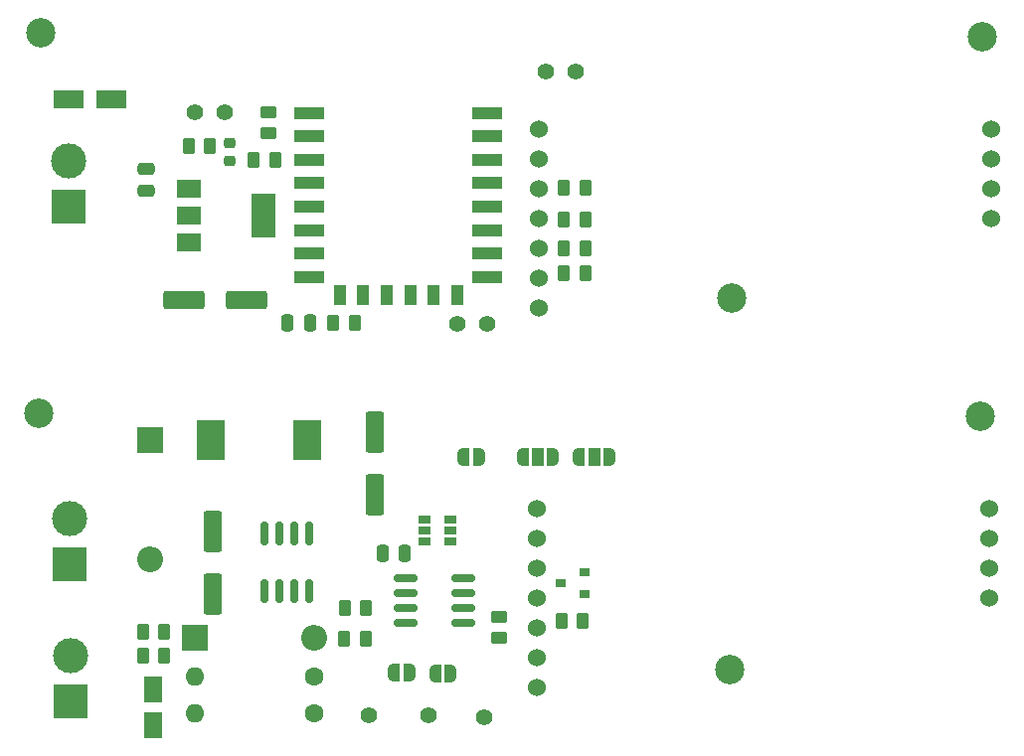
<source format=gbr>
%TF.GenerationSoftware,KiCad,Pcbnew,6.99.0-unknown-492e6548ff~162~ubuntu22.04.1*%
%TF.CreationDate,2022-12-11T13:45:44+01:00*%
%TF.ProjectId,lora_dual,6c6f7261-5f64-4756-916c-2e6b69636164,rev?*%
%TF.SameCoordinates,Original*%
%TF.FileFunction,Soldermask,Top*%
%TF.FilePolarity,Negative*%
%FSLAX46Y46*%
G04 Gerber Fmt 4.6, Leading zero omitted, Abs format (unit mm)*
G04 Created by KiCad (PCBNEW 6.99.0-unknown-492e6548ff~162~ubuntu22.04.1) date 2022-12-11 13:45:44*
%MOMM*%
%LPD*%
G01*
G04 APERTURE LIST*
G04 Aperture macros list*
%AMRoundRect*
0 Rectangle with rounded corners*
0 $1 Rounding radius*
0 $2 $3 $4 $5 $6 $7 $8 $9 X,Y pos of 4 corners*
0 Add a 4 corners polygon primitive as box body*
4,1,4,$2,$3,$4,$5,$6,$7,$8,$9,$2,$3,0*
0 Add four circle primitives for the rounded corners*
1,1,$1+$1,$2,$3*
1,1,$1+$1,$4,$5*
1,1,$1+$1,$6,$7*
1,1,$1+$1,$8,$9*
0 Add four rect primitives between the rounded corners*
20,1,$1+$1,$2,$3,$4,$5,0*
20,1,$1+$1,$4,$5,$6,$7,0*
20,1,$1+$1,$6,$7,$8,$9,0*
20,1,$1+$1,$8,$9,$2,$3,0*%
%AMFreePoly0*
4,1,19,0.500000,-0.750000,0.000000,-0.750000,0.000000,-0.744911,-0.071157,-0.744911,-0.207708,-0.704816,-0.327430,-0.627875,-0.420627,-0.520320,-0.479746,-0.390866,-0.500000,-0.250000,-0.500000,0.250000,-0.479746,0.390866,-0.420627,0.520320,-0.327430,0.627875,-0.207708,0.704816,-0.071157,0.744911,0.000000,0.744911,0.000000,0.750000,0.500000,0.750000,0.500000,-0.750000,0.500000,-0.750000,
$1*%
%AMFreePoly1*
4,1,19,0.000000,0.744911,0.071157,0.744911,0.207708,0.704816,0.327430,0.627875,0.420627,0.520320,0.479746,0.390866,0.500000,0.250000,0.500000,-0.250000,0.479746,-0.390866,0.420627,-0.520320,0.327430,-0.627875,0.207708,-0.704816,0.071157,-0.744911,0.000000,-0.744911,0.000000,-0.750000,-0.500000,-0.750000,-0.500000,0.750000,0.000000,0.750000,0.000000,0.744911,0.000000,0.744911,
$1*%
%AMFreePoly2*
4,1,19,0.550000,-0.750000,0.000000,-0.750000,0.000000,-0.744911,-0.071157,-0.744911,-0.207708,-0.704816,-0.327430,-0.627875,-0.420627,-0.520320,-0.479746,-0.390866,-0.500000,-0.250000,-0.500000,0.250000,-0.479746,0.390866,-0.420627,0.520320,-0.327430,0.627875,-0.207708,0.704816,-0.071157,0.744911,0.000000,0.744911,0.000000,0.750000,0.550000,0.750000,0.550000,-0.750000,0.550000,-0.750000,
$1*%
%AMFreePoly3*
4,1,19,0.000000,0.744911,0.071157,0.744911,0.207708,0.704816,0.327430,0.627875,0.420627,0.520320,0.479746,0.390866,0.500000,0.250000,0.500000,-0.250000,0.479746,-0.390866,0.420627,-0.520320,0.327430,-0.627875,0.207708,-0.704816,0.071157,-0.744911,0.000000,-0.744911,0.000000,-0.750000,-0.550000,-0.750000,-0.550000,0.750000,0.000000,0.750000,0.000000,0.744911,0.000000,0.744911,
$1*%
G04 Aperture macros list end*
%ADD10RoundRect,0.250000X-0.550000X1.500000X-0.550000X-1.500000X0.550000X-1.500000X0.550000X1.500000X0*%
%ADD11RoundRect,0.250000X-0.262500X-0.450000X0.262500X-0.450000X0.262500X0.450000X-0.262500X0.450000X0*%
%ADD12C,1.600000*%
%ADD13O,1.600000X1.600000*%
%ADD14C,1.400000*%
%ADD15RoundRect,0.150000X-0.825000X-0.150000X0.825000X-0.150000X0.825000X0.150000X-0.825000X0.150000X0*%
%ADD16C,2.500000*%
%ADD17C,1.524000*%
%ADD18R,2.500000X1.000000*%
%ADD19R,1.000000X1.800000*%
%ADD20RoundRect,0.250000X-1.050000X-0.550000X1.050000X-0.550000X1.050000X0.550000X-1.050000X0.550000X0*%
%ADD21RoundRect,0.250000X0.262500X0.450000X-0.262500X0.450000X-0.262500X-0.450000X0.262500X-0.450000X0*%
%ADD22R,2.000000X1.500000*%
%ADD23R,2.000000X3.800000*%
%ADD24R,2.200000X2.200000*%
%ADD25O,2.200000X2.200000*%
%ADD26RoundRect,0.250000X0.250000X0.475000X-0.250000X0.475000X-0.250000X-0.475000X0.250000X-0.475000X0*%
%ADD27RoundRect,0.250000X-0.250000X-0.475000X0.250000X-0.475000X0.250000X0.475000X-0.250000X0.475000X0*%
%ADD28FreePoly0,0.000000*%
%ADD29FreePoly1,0.000000*%
%ADD30R,1.060000X0.650000*%
%ADD31FreePoly2,0.000000*%
%ADD32R,1.000000X1.500000*%
%ADD33FreePoly3,0.000000*%
%ADD34RoundRect,0.250000X-0.450000X0.262500X-0.450000X-0.262500X0.450000X-0.262500X0.450000X0.262500X0*%
%ADD35RoundRect,0.250000X1.500000X0.550000X-1.500000X0.550000X-1.500000X-0.550000X1.500000X-0.550000X0*%
%ADD36RoundRect,0.150000X0.150000X-0.825000X0.150000X0.825000X-0.150000X0.825000X-0.150000X-0.825000X0*%
%ADD37RoundRect,0.250000X0.450000X-0.262500X0.450000X0.262500X-0.450000X0.262500X-0.450000X-0.262500X0*%
%ADD38R,3.000000X3.000000*%
%ADD39C,3.000000*%
%ADD40R,0.900000X0.800000*%
%ADD41RoundRect,0.250000X-0.475000X0.250000X-0.475000X-0.250000X0.475000X-0.250000X0.475000X0.250000X0*%
%ADD42R,2.400000X3.400000*%
%ADD43RoundRect,0.218750X-0.256250X0.218750X-0.256250X-0.218750X0.256250X-0.218750X0.256250X0.218750X0*%
%ADD44R,1.600000X2.200000*%
%ADD45FreePoly0,180.000000*%
%ADD46FreePoly1,180.000000*%
G04 APERTURE END LIST*
D10*
%TO.C,C6*%
X167625000Y-132900000D03*
X167625000Y-138300000D03*
%TD*%
D11*
%TO.C,R7*%
X183752500Y-114800000D03*
X185577500Y-114800000D03*
%TD*%
D12*
%TO.C,R4*%
X162480000Y-156900000D03*
D13*
X152319999Y-156899999D03*
%TD*%
D14*
%TO.C,J3*%
X184725000Y-102190000D03*
X182185000Y-102190000D03*
%TD*%
D12*
%TO.C,R1*%
X162480000Y-153750000D03*
D13*
X152319999Y-153749999D03*
%TD*%
D15*
%TO.C,U5*%
X170225000Y-145395000D03*
X170225000Y-146665000D03*
X170225000Y-147935000D03*
X170225000Y-149205000D03*
X175175000Y-149205000D03*
X175175000Y-147935000D03*
X175175000Y-146665000D03*
X175175000Y-145395000D03*
%TD*%
D11*
%TO.C,R11*%
X164100000Y-123600000D03*
X165925000Y-123600000D03*
%TD*%
%TO.C,R2*%
X147887500Y-149925000D03*
X149712500Y-149925000D03*
%TD*%
D16*
%TO.C,REF\u002A\u002A*%
X197850000Y-153200000D03*
%TD*%
D11*
%TO.C,R16*%
X183525000Y-149000000D03*
X185350000Y-149000000D03*
%TD*%
D14*
%TO.C,H4*%
X172175000Y-157050000D03*
%TD*%
D17*
%TO.C,U7*%
X181470000Y-139445000D03*
X181470000Y-141985000D03*
X181470000Y-144525000D03*
X181470000Y-147065000D03*
X181470000Y-149605000D03*
X181470000Y-152145000D03*
X181470000Y-154685000D03*
X219975000Y-147059000D03*
X219975000Y-144519000D03*
X219975000Y-141979000D03*
X219975000Y-139439000D03*
%TD*%
D14*
%TO.C,JP5*%
X154860000Y-105630000D03*
X152320000Y-105630000D03*
%TD*%
%TO.C,H3*%
X167100000Y-157050000D03*
%TD*%
D17*
%TO.C,U4*%
X181590000Y-107150000D03*
X181590000Y-109690000D03*
X181590000Y-112230000D03*
X181590000Y-114770000D03*
X181590000Y-117310000D03*
X181590000Y-119850000D03*
X181590000Y-122390000D03*
X220095000Y-114764000D03*
X220095000Y-112224000D03*
X220095000Y-109684000D03*
X220095000Y-107144000D03*
%TD*%
D18*
%TO.C,U6*%
X162049999Y-105719999D03*
X162049999Y-107719999D03*
X162049999Y-109719999D03*
X162049999Y-111719999D03*
X162049999Y-113719999D03*
X162049999Y-115719999D03*
X162049999Y-117719999D03*
X162049999Y-119719999D03*
D19*
X164649999Y-121219999D03*
X166649999Y-121219999D03*
X168649999Y-121219999D03*
X170649999Y-121219999D03*
X172649999Y-121219999D03*
X174649999Y-121219999D03*
D18*
X177249999Y-119719999D03*
X177249999Y-117719999D03*
X177249999Y-115719999D03*
X177249999Y-113719999D03*
X177249999Y-111719999D03*
X177249999Y-109719999D03*
X177249999Y-107719999D03*
X177249999Y-105719999D03*
%TD*%
D10*
%TO.C,C2*%
X153800000Y-141375000D03*
X153800000Y-146775000D03*
%TD*%
D20*
%TO.C,C3*%
X141600000Y-104550000D03*
X145200000Y-104550000D03*
%TD*%
D21*
%TO.C,R3*%
X149725000Y-151975000D03*
X147900000Y-151975000D03*
%TD*%
D22*
%TO.C,U2*%
X151849999Y-112149999D03*
X151849999Y-114449999D03*
D23*
X158149999Y-114449999D03*
D22*
X151849999Y-116749999D03*
%TD*%
D24*
%TO.C,D2*%
X152319999Y-150499999D03*
D25*
X162479999Y-150499999D03*
%TD*%
D11*
%TO.C,R8*%
X183725000Y-117290000D03*
X185550000Y-117290000D03*
%TD*%
D26*
%TO.C,C8*%
X170200000Y-143300000D03*
X168300000Y-143300000D03*
%TD*%
D16*
%TO.C,REF\u002A\u002A*%
X198050000Y-121500000D03*
%TD*%
D27*
%TO.C,C4*%
X160200000Y-123580000D03*
X162100000Y-123580000D03*
%TD*%
D28*
%TO.C,JP3*%
X175200000Y-135025000D03*
D29*
X176500000Y-135025000D03*
%TD*%
D21*
%TO.C,R12*%
X153592500Y-108580000D03*
X151767500Y-108580000D03*
%TD*%
D16*
%TO.C,REF\u002A\u002A*%
X139200000Y-98900000D03*
%TD*%
D30*
%TO.C,U3*%
X171849999Y-140349999D03*
X171849999Y-141299999D03*
X171849999Y-142249999D03*
X174049999Y-142249999D03*
X174049999Y-141299999D03*
X174049999Y-140349999D03*
%TD*%
D31*
%TO.C,JP7*%
X180225000Y-135050000D03*
D32*
X181524999Y-135049999D03*
D33*
X182825000Y-135050000D03*
%TD*%
D28*
%TO.C,JP4*%
X169275000Y-153450000D03*
D29*
X170575000Y-153450000D03*
%TD*%
D11*
%TO.C,R9*%
X183750000Y-119350000D03*
X185575000Y-119350000D03*
%TD*%
D14*
%TO.C,JP1*%
X177200000Y-123700000D03*
X174660000Y-123700000D03*
%TD*%
D11*
%TO.C,R15*%
X157315000Y-109720000D03*
X159140000Y-109720000D03*
%TD*%
D34*
%TO.C,R14*%
X158600000Y-105637500D03*
X158600000Y-107462500D03*
%TD*%
D11*
%TO.C,R6*%
X183742500Y-112140000D03*
X185567500Y-112140000D03*
%TD*%
D35*
%TO.C,C5*%
X156750000Y-121700000D03*
X151350000Y-121700000D03*
%TD*%
D36*
%TO.C,U1*%
X158245000Y-146500000D03*
X159515000Y-146500000D03*
X160785000Y-146500000D03*
X162055000Y-146500000D03*
X162055000Y-141550000D03*
X160785000Y-141550000D03*
X159515000Y-141550000D03*
X158245000Y-141550000D03*
%TD*%
D16*
%TO.C,REF\u002A\u002A*%
X219350000Y-99250000D03*
%TD*%
D37*
%TO.C,R13*%
X178200000Y-150500000D03*
X178200000Y-148675000D03*
%TD*%
D38*
%TO.C,J4*%
X141599999Y-113699999D03*
D39*
X141600000Y-109820000D03*
%TD*%
D40*
%TO.C,Q1*%
X185474999Y-146749999D03*
X185474999Y-144849999D03*
X183474999Y-145799999D03*
%TD*%
D41*
%TO.C,C1*%
X148150000Y-110500000D03*
X148150000Y-112400000D03*
%TD*%
D42*
%TO.C,L1*%
X153699999Y-133599999D03*
X161899999Y-133599999D03*
%TD*%
D21*
%TO.C,R10*%
X166900000Y-147950000D03*
X165075000Y-147950000D03*
%TD*%
D14*
%TO.C,H5*%
X176975000Y-157225000D03*
%TD*%
D43*
%TO.C,D3*%
X155300000Y-108262500D03*
X155300000Y-109837500D03*
%TD*%
D21*
%TO.C,R5*%
X166875000Y-150550000D03*
X165050000Y-150550000D03*
%TD*%
D38*
%TO.C,J2*%
X141749999Y-155899999D03*
D39*
X141750000Y-152020000D03*
%TD*%
D31*
%TO.C,JP6*%
X185025000Y-135050000D03*
D32*
X186324999Y-135049999D03*
D33*
X187625000Y-135050000D03*
%TD*%
D38*
%TO.C,J1*%
X141674999Y-144182499D03*
D39*
X141675000Y-140302500D03*
%TD*%
D16*
%TO.C,REF\u002A\u002A*%
X139050000Y-131350000D03*
%TD*%
D44*
%TO.C,C7*%
X148724999Y-154899999D03*
X148724999Y-157899999D03*
%TD*%
D16*
%TO.C,REF\u002A\u002A*%
X219200000Y-131550000D03*
%TD*%
D24*
%TO.C,D1*%
X148499999Y-133619999D03*
D25*
X148499999Y-143779999D03*
%TD*%
D45*
%TO.C,JP2*%
X174100000Y-153500000D03*
D46*
X172800000Y-153500000D03*
%TD*%
M02*

</source>
